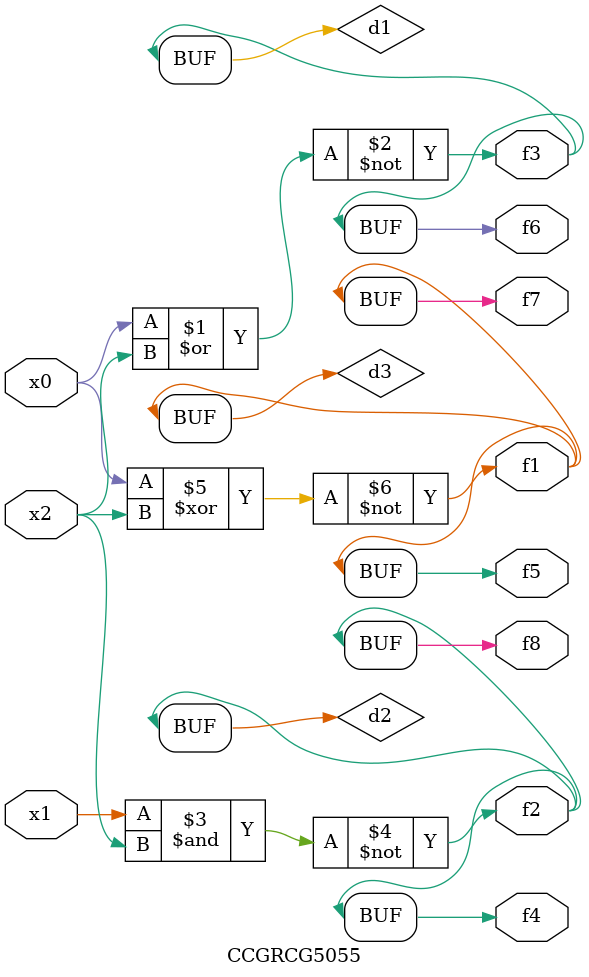
<source format=v>
module CCGRCG5055(
	input x0, x1, x2,
	output f1, f2, f3, f4, f5, f6, f7, f8
);

	wire d1, d2, d3;

	nor (d1, x0, x2);
	nand (d2, x1, x2);
	xnor (d3, x0, x2);
	assign f1 = d3;
	assign f2 = d2;
	assign f3 = d1;
	assign f4 = d2;
	assign f5 = d3;
	assign f6 = d1;
	assign f7 = d3;
	assign f8 = d2;
endmodule

</source>
